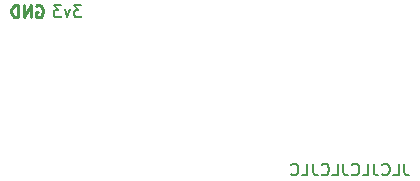
<source format=gbr>
%TF.GenerationSoftware,KiCad,Pcbnew,(5.1.6)-1*%
%TF.CreationDate,2020-08-19T15:04:17+02:00*%
%TF.ProjectId,nRF24module,6e524632-346d-46f6-9475-6c652e6b6963,1*%
%TF.SameCoordinates,Original*%
%TF.FileFunction,Legend,Bot*%
%TF.FilePolarity,Positive*%
%FSLAX46Y46*%
G04 Gerber Fmt 4.6, Leading zero omitted, Abs format (unit mm)*
G04 Created by KiCad (PCBNEW (5.1.6)-1) date 2020-08-19 15:04:17*
%MOMM*%
%LPD*%
G01*
G04 APERTURE LIST*
%ADD10C,0.200000*%
%ADD11C,0.250000*%
G04 APERTURE END LIST*
D10*
X127290476Y-96452380D02*
X126671428Y-96452380D01*
X127004761Y-96833333D01*
X126861904Y-96833333D01*
X126766666Y-96880952D01*
X126719047Y-96928571D01*
X126671428Y-97023809D01*
X126671428Y-97261904D01*
X126719047Y-97357142D01*
X126766666Y-97404761D01*
X126861904Y-97452380D01*
X127147619Y-97452380D01*
X127242857Y-97404761D01*
X127290476Y-97357142D01*
X126338095Y-96785714D02*
X126100000Y-97452380D01*
X125861904Y-96785714D01*
X125576190Y-96452380D02*
X124957142Y-96452380D01*
X125290476Y-96833333D01*
X125147619Y-96833333D01*
X125052380Y-96880952D01*
X125004761Y-96928571D01*
X124957142Y-97023809D01*
X124957142Y-97261904D01*
X125004761Y-97357142D01*
X125052380Y-97404761D01*
X125147619Y-97452380D01*
X125433333Y-97452380D01*
X125528571Y-97404761D01*
X125576190Y-97357142D01*
D11*
X123461904Y-96500000D02*
X123557142Y-96452380D01*
X123700000Y-96452380D01*
X123842857Y-96500000D01*
X123938095Y-96595238D01*
X123985714Y-96690476D01*
X124033333Y-96880952D01*
X124033333Y-97023809D01*
X123985714Y-97214285D01*
X123938095Y-97309523D01*
X123842857Y-97404761D01*
X123700000Y-97452380D01*
X123604761Y-97452380D01*
X123461904Y-97404761D01*
X123414285Y-97357142D01*
X123414285Y-97023809D01*
X123604761Y-97023809D01*
X122985714Y-97452380D02*
X122985714Y-96452380D01*
X122414285Y-97452380D01*
X122414285Y-96452380D01*
X121938095Y-97452380D02*
X121938095Y-96452380D01*
X121700000Y-96452380D01*
X121557142Y-96500000D01*
X121461904Y-96595238D01*
X121414285Y-96690476D01*
X121366666Y-96880952D01*
X121366666Y-97023809D01*
X121414285Y-97214285D01*
X121461904Y-97309523D01*
X121557142Y-97404761D01*
X121700000Y-97452380D01*
X121938095Y-97452380D01*
D10*
X154619047Y-109852380D02*
X154619047Y-110566666D01*
X154666666Y-110709523D01*
X154761904Y-110804761D01*
X154904761Y-110852380D01*
X155000000Y-110852380D01*
X153666666Y-110852380D02*
X154142857Y-110852380D01*
X154142857Y-109852380D01*
X152761904Y-110757142D02*
X152809523Y-110804761D01*
X152952380Y-110852380D01*
X153047619Y-110852380D01*
X153190476Y-110804761D01*
X153285714Y-110709523D01*
X153333333Y-110614285D01*
X153380952Y-110423809D01*
X153380952Y-110280952D01*
X153333333Y-110090476D01*
X153285714Y-109995238D01*
X153190476Y-109900000D01*
X153047619Y-109852380D01*
X152952380Y-109852380D01*
X152809523Y-109900000D01*
X152761904Y-109947619D01*
X152047619Y-109852380D02*
X152047619Y-110566666D01*
X152095238Y-110709523D01*
X152190476Y-110804761D01*
X152333333Y-110852380D01*
X152428571Y-110852380D01*
X151095238Y-110852380D02*
X151571428Y-110852380D01*
X151571428Y-109852380D01*
X150190476Y-110757142D02*
X150238095Y-110804761D01*
X150380952Y-110852380D01*
X150476190Y-110852380D01*
X150619047Y-110804761D01*
X150714285Y-110709523D01*
X150761904Y-110614285D01*
X150809523Y-110423809D01*
X150809523Y-110280952D01*
X150761904Y-110090476D01*
X150714285Y-109995238D01*
X150619047Y-109900000D01*
X150476190Y-109852380D01*
X150380952Y-109852380D01*
X150238095Y-109900000D01*
X150190476Y-109947619D01*
X149476190Y-109852380D02*
X149476190Y-110566666D01*
X149523809Y-110709523D01*
X149619047Y-110804761D01*
X149761904Y-110852380D01*
X149857142Y-110852380D01*
X148523809Y-110852380D02*
X149000000Y-110852380D01*
X149000000Y-109852380D01*
X147619047Y-110757142D02*
X147666666Y-110804761D01*
X147809523Y-110852380D01*
X147904761Y-110852380D01*
X148047619Y-110804761D01*
X148142857Y-110709523D01*
X148190476Y-110614285D01*
X148238095Y-110423809D01*
X148238095Y-110280952D01*
X148190476Y-110090476D01*
X148142857Y-109995238D01*
X148047619Y-109900000D01*
X147904761Y-109852380D01*
X147809523Y-109852380D01*
X147666666Y-109900000D01*
X147619047Y-109947619D01*
X146904761Y-109852380D02*
X146904761Y-110566666D01*
X146952380Y-110709523D01*
X147047619Y-110804761D01*
X147190476Y-110852380D01*
X147285714Y-110852380D01*
X145952380Y-110852380D02*
X146428571Y-110852380D01*
X146428571Y-109852380D01*
X145047619Y-110757142D02*
X145095238Y-110804761D01*
X145238095Y-110852380D01*
X145333333Y-110852380D01*
X145476190Y-110804761D01*
X145571428Y-110709523D01*
X145619047Y-110614285D01*
X145666666Y-110423809D01*
X145666666Y-110280952D01*
X145619047Y-110090476D01*
X145571428Y-109995238D01*
X145476190Y-109900000D01*
X145333333Y-109852380D01*
X145238095Y-109852380D01*
X145095238Y-109900000D01*
X145047619Y-109947619D01*
M02*

</source>
